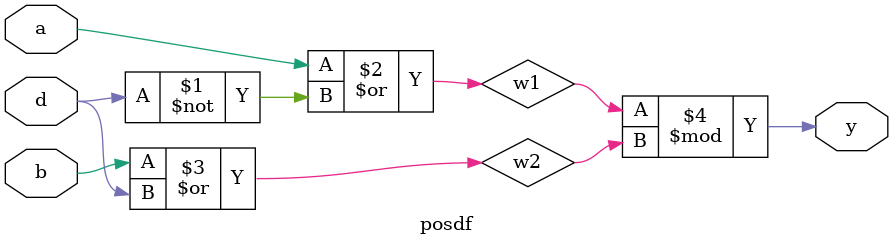
<source format=v>

module posdf(a,b,d,y);
  input a,b,d;
  output y;
  wire w1 = a|(~d);
  wire w2 = b|d;
  assign y = w1%w2;
endmodule

</source>
